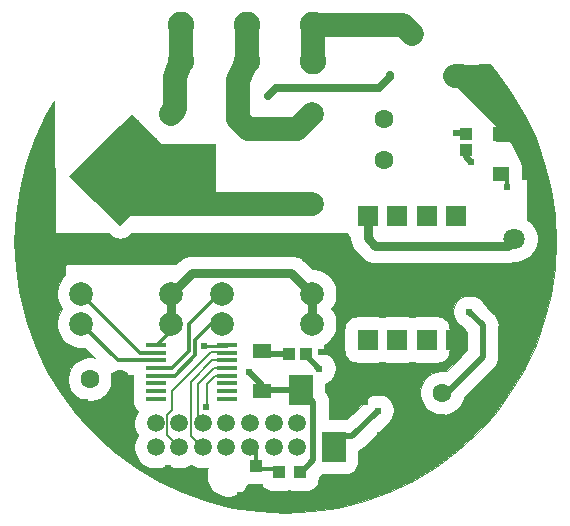
<source format=gtl>
G04 #@! TF.GenerationSoftware,KiCad,Pcbnew,5.1.5-52549c5~84~ubuntu18.04.1*
G04 #@! TF.CreationDate,2020-02-21T12:56:33+02:00*
G04 #@! TF.ProjectId,NRF52832_Touch_Switch_Power_Supply,4e524635-3238-4333-925f-546f7563685f,rev?*
G04 #@! TF.SameCoordinates,Original*
G04 #@! TF.FileFunction,Copper,L1,Top*
G04 #@! TF.FilePolarity,Positive*
%FSLAX46Y46*%
G04 Gerber Fmt 4.6, Leading zero omitted, Abs format (unit mm)*
G04 Created by KiCad (PCBNEW 5.1.5-52549c5~84~ubuntu18.04.1) date 2020-02-21 12:56:33*
%MOMM*%
%LPD*%
G04 APERTURE LIST*
%ADD10C,0.100000*%
%ADD11R,2.000000X2.500000*%
%ADD12R,1.778000X1.778000*%
%ADD13C,1.800000*%
%ADD14C,2.250000*%
%ADD15C,1.600000*%
%ADD16R,1.500000X1.300000*%
%ADD17R,1.000000X1.000000*%
%ADD18R,1.000000X1.100000*%
%ADD19C,2.000000*%
%ADD20R,1.803000X0.406000*%
%ADD21R,1.400000X1.200000*%
%ADD22R,1.100000X1.000000*%
%ADD23C,1.500000*%
%ADD24C,0.610000*%
%ADD25C,0.635000*%
%ADD26C,0.762000*%
%ADD27C,0.254000*%
%ADD28C,2.032000*%
%ADD29C,0.203000*%
%ADD30C,0.508000*%
%ADD31C,0.250000*%
%ADD32C,0.305000*%
%ADD33C,0.125000*%
G04 APERTURE END LIST*
D10*
G36*
X104394000Y-50165000D02*
G01*
X108966000Y-50165000D01*
X108966000Y-56261000D01*
X101727000Y-56261000D01*
X100838000Y-57150000D01*
X96520000Y-52959000D01*
X99949000Y-49530000D01*
X101854000Y-47752000D01*
X104394000Y-50165000D01*
G37*
D11*
X123660000Y-75819000D03*
X118960000Y-75819000D03*
D12*
X129301000Y-66746000D03*
X126801000Y-66746000D03*
X124301000Y-66746000D03*
X121801000Y-66746000D03*
X121801000Y-56246000D03*
X124301000Y-56246000D03*
X126801000Y-56246000D03*
X129301000Y-56246000D03*
D13*
X129177051Y-44468051D03*
X125584949Y-40875949D03*
D14*
X111633000Y-40156000D03*
X111633000Y-43156000D03*
X117221000Y-40156000D03*
X117221000Y-43156000D03*
D15*
X128143000Y-71247000D03*
X128143000Y-73787000D03*
X98298000Y-70104000D03*
X100838000Y-70104000D03*
D14*
X106045000Y-40156000D03*
X106045000Y-43156000D03*
D15*
X123190000Y-48062000D03*
X123190000Y-51562000D03*
D13*
X134239000Y-65726000D03*
X134239000Y-58226000D03*
D16*
X112903000Y-71120000D03*
X112903000Y-67720000D03*
D11*
X120866000Y-70993000D03*
X116166000Y-70993000D03*
D17*
X112395000Y-79813000D03*
X112395000Y-77413000D03*
D18*
X116089000Y-77978000D03*
X114289000Y-77978000D03*
D19*
X105171000Y-65405000D03*
X105171000Y-62865000D03*
X105171000Y-47625000D03*
X105171000Y-55245000D03*
X97551000Y-62865000D03*
X97551000Y-65405000D03*
X117109000Y-65405000D03*
X117109000Y-62865000D03*
X117109000Y-47625000D03*
X117109000Y-55245000D03*
X109489000Y-62865000D03*
X109489000Y-65405000D03*
D18*
X115189000Y-67945000D03*
X116589000Y-67945000D03*
D20*
X103934000Y-71744000D03*
X103934000Y-71094000D03*
X103934000Y-70444000D03*
X103934000Y-69794000D03*
X103934000Y-69144000D03*
X103934000Y-68494000D03*
X103934000Y-67844000D03*
X103934000Y-67194000D03*
X109934000Y-67194000D03*
X109934000Y-67844000D03*
X109934000Y-68494000D03*
X109934000Y-69144000D03*
X109934000Y-69794000D03*
X109934000Y-70444000D03*
X109934000Y-71094000D03*
X109934000Y-71744000D03*
D21*
X133096000Y-52754000D03*
X133096000Y-49354000D03*
D22*
X130175000Y-50738000D03*
X130175000Y-49338000D03*
D23*
X115855000Y-73841000D03*
X115855000Y-75841000D03*
X113855000Y-73841000D03*
X113855000Y-75841000D03*
X111855000Y-73841000D03*
X111855000Y-75841000D03*
X109855000Y-73841000D03*
X109855000Y-75841000D03*
X107855000Y-73841000D03*
X107855000Y-75841000D03*
X105855000Y-73841000D03*
X105855000Y-75841000D03*
X103855000Y-73841000D03*
X103855000Y-75841000D03*
D24*
X123698000Y-44323000D03*
X113411000Y-46101000D03*
X110851000Y-48113000D03*
X112776000Y-48895000D03*
X114808000Y-48895000D03*
X110871000Y-44762000D03*
X110871000Y-46482000D03*
X108104000Y-72490000D03*
X130429000Y-64389000D03*
X114935000Y-55245000D03*
X113665000Y-55245000D03*
X112395000Y-55245000D03*
X111252000Y-55245000D03*
X110109000Y-55245000D03*
X109093000Y-55245000D03*
X108077000Y-55245000D03*
X107061000Y-55245000D03*
X100965000Y-49784000D03*
X102489000Y-51308000D03*
X104013000Y-52578000D03*
X99568000Y-51562000D03*
X100965000Y-52832000D03*
X102616000Y-54356000D03*
X97917000Y-53467000D03*
X99441000Y-54991000D03*
X100965000Y-56261000D03*
X102235000Y-48387000D03*
X103759000Y-49911000D03*
X105283000Y-51181000D03*
X106553000Y-51181000D03*
X107950000Y-51181000D03*
X106553000Y-52578000D03*
X107950000Y-52578000D03*
X106553000Y-53848000D03*
X107950000Y-53848000D03*
X120015000Y-40132000D03*
X121539000Y-40132000D03*
X123063000Y-40132000D03*
X107950000Y-67310000D03*
X117856000Y-67818000D03*
X126111000Y-76454000D03*
X125349000Y-77216000D03*
X124460000Y-77724000D03*
X123444000Y-78105000D03*
X133096000Y-62865000D03*
X134239000Y-63754000D03*
X135255000Y-62865000D03*
X136017000Y-52832000D03*
X136271000Y-53975000D03*
X136398000Y-55118000D03*
X136525000Y-56261000D03*
X136398000Y-57404000D03*
X133096000Y-61722000D03*
X135255000Y-61722000D03*
X94107000Y-58547000D03*
X94869000Y-57912000D03*
X93853000Y-60706000D03*
X94234000Y-61976000D03*
X94996000Y-64135000D03*
X94615000Y-63119000D03*
X95123000Y-52578000D03*
X94488000Y-53213000D03*
X96012000Y-68834000D03*
X95631000Y-67818000D03*
X95250000Y-66675000D03*
X94869000Y-65405000D03*
X93345000Y-55118000D03*
X94107000Y-54483000D03*
X97917000Y-72009000D03*
X98679000Y-73025000D03*
X99568000Y-74041000D03*
X94996000Y-50927000D03*
X94361000Y-51562000D03*
X133223000Y-69088000D03*
X132588000Y-69977000D03*
X131826000Y-70866000D03*
X130937000Y-71755000D03*
X130175000Y-72517000D03*
X133858000Y-68072000D03*
X134239000Y-60833000D03*
X118237000Y-79375000D03*
X104902000Y-77597000D03*
X115316000Y-80137000D03*
X110998000Y-79883000D03*
X107950000Y-77851000D03*
X105537000Y-45339000D03*
X117729000Y-69215000D03*
X122682000Y-72771000D03*
X111760000Y-69469000D03*
X133604000Y-53848000D03*
X130556000Y-51689000D03*
X129286000Y-49276000D03*
D25*
X113411000Y-46101000D02*
X114048000Y-45464000D01*
X114048000Y-45464000D02*
X122789000Y-45464000D01*
X122789000Y-45464000D02*
X123729000Y-44524000D01*
X123729000Y-44524000D02*
X123729000Y-44321000D01*
D26*
X117109000Y-62865000D02*
X117109000Y-65405000D01*
X105171000Y-62865000D02*
X105171000Y-65405000D01*
X105171000Y-62865000D02*
X106949000Y-61087000D01*
X106949000Y-61087000D02*
X115331000Y-61087000D01*
X115331000Y-61087000D02*
X117109000Y-62865000D01*
D27*
X103934000Y-67194000D02*
X105171000Y-65957000D01*
X105171000Y-65957000D02*
X105171000Y-65405000D01*
D28*
X117130000Y-47622000D02*
X115857000Y-48895000D01*
X115857000Y-48895000D02*
X111656000Y-48895000D01*
X111656000Y-48895000D02*
X110871000Y-48110000D01*
X110871000Y-48110000D02*
X110871000Y-46482000D01*
X110871000Y-46482000D02*
X110871000Y-44762000D01*
X111633000Y-40156000D02*
X111633000Y-43156000D01*
X110871000Y-44762000D02*
X110871000Y-44762000D01*
X110871000Y-44762000D02*
X111633000Y-43156000D01*
D26*
X134239000Y-58227000D02*
X133665000Y-58801000D01*
X133665000Y-58801000D02*
X122428000Y-58801000D01*
X122428000Y-58801000D02*
X121801000Y-58174000D01*
X121801000Y-58174000D02*
X121801000Y-56246000D01*
D29*
X109934000Y-69144000D02*
X108783000Y-69144000D01*
X108783000Y-69144000D02*
X107442000Y-70485000D01*
X107442000Y-70485000D02*
X107442000Y-73426000D01*
X107442000Y-73426000D02*
X107856000Y-73840000D01*
X109934000Y-69794000D02*
X108895000Y-69794000D01*
X108895000Y-69794000D02*
X108204000Y-70485000D01*
X108204000Y-70485000D02*
X108204000Y-72390000D01*
X108204000Y-72390000D02*
X108105000Y-72489000D01*
X109934000Y-67843000D02*
X108560000Y-67843000D01*
X108560000Y-67843000D02*
X105283000Y-71120000D01*
X105283000Y-71120000D02*
X105283000Y-72720000D01*
X105283000Y-72720000D02*
X104851000Y-73152000D01*
X104851000Y-73152000D02*
X104851000Y-74836000D01*
X104851000Y-74836000D02*
X105855000Y-75839000D01*
X109855000Y-68504000D02*
X108661000Y-68504000D01*
X108661000Y-68504000D02*
X106855000Y-70310000D01*
X106855000Y-70310000D02*
X106855000Y-74927000D01*
X106855000Y-74927000D02*
X107777000Y-75849000D01*
D30*
X128143000Y-71247000D02*
X128524000Y-71247000D01*
X128524000Y-71247000D02*
X131572000Y-68199000D01*
X131572000Y-68199000D02*
X131572000Y-65532000D01*
X131572000Y-65532000D02*
X130429000Y-64389000D01*
D28*
X105171000Y-55245000D02*
X117109000Y-55245000D01*
D31*
X105283000Y-51181000D02*
X106553000Y-51181000D01*
X102489000Y-51181000D02*
X103759000Y-49911000D01*
X102489000Y-51308000D02*
X102489000Y-51181000D01*
X106553000Y-51181000D02*
X106553000Y-52578000D01*
X106553000Y-52578000D02*
X107950000Y-52578000D01*
X106553000Y-52578000D02*
X106553000Y-53848000D01*
X106553000Y-51181000D02*
X107950000Y-51181000D01*
X107950000Y-52578000D02*
X107950000Y-53848000D01*
X107950000Y-55118000D02*
X108077000Y-55245000D01*
X107950000Y-53848000D02*
X107950000Y-55118000D01*
D28*
X117221000Y-40156000D02*
X117221000Y-43156000D01*
X122809000Y-40132000D02*
X122833000Y-40108000D01*
X122833000Y-40108000D02*
X123825000Y-40108000D01*
X117983000Y-40132000D02*
X120523000Y-40132000D01*
X120523000Y-40132000D02*
X121666000Y-40132000D01*
X121666000Y-40132000D02*
X122809000Y-40132000D01*
X123825000Y-40108000D02*
X124841000Y-40108000D01*
X124841000Y-40108000D02*
X125585000Y-40852000D01*
X133858000Y-48895000D02*
X133858000Y-48514000D01*
X133858000Y-48514000D02*
X129812000Y-44468000D01*
X129812000Y-44468000D02*
X129177000Y-44468000D01*
D27*
X109934000Y-67194000D02*
X109818000Y-67310000D01*
X109818000Y-67310000D02*
X107950000Y-67310000D01*
D30*
X117856000Y-67818000D02*
X118999000Y-67818000D01*
X118999000Y-67818000D02*
X120866000Y-69685000D01*
X120866000Y-69685000D02*
X120866000Y-70993000D01*
D28*
X105171000Y-47625000D02*
X105537000Y-47259000D01*
X105537000Y-47259000D02*
X105537000Y-44554000D01*
X105537000Y-44554000D02*
X106045000Y-43156000D01*
X106045000Y-40156000D02*
X106045000Y-43156000D01*
D32*
X103934000Y-69144000D02*
X105227000Y-69144000D01*
X105227000Y-69144000D02*
X106680000Y-67691000D01*
X106680000Y-67691000D02*
X106680000Y-65405000D01*
X106680000Y-65405000D02*
X109220000Y-62865000D01*
X109220000Y-62865000D02*
X109489000Y-62865000D01*
X109489000Y-65405000D02*
X108585000Y-65405000D01*
X108585000Y-65405000D02*
X107188000Y-66802000D01*
X107188000Y-66802000D02*
X107188000Y-68072000D01*
X107188000Y-68072000D02*
X105466000Y-69794000D01*
X105466000Y-69794000D02*
X103934000Y-69794000D01*
X103934000Y-67844000D02*
X102530000Y-67844000D01*
X102530000Y-67844000D02*
X97551000Y-62865000D01*
X103934000Y-68494000D02*
X100640000Y-68494000D01*
X100640000Y-68494000D02*
X97551000Y-65405000D01*
D30*
X112903000Y-67720000D02*
X113128000Y-67945000D01*
X113128000Y-67945000D02*
X115189000Y-67945000D01*
X117729000Y-69215000D02*
X116589000Y-68075000D01*
X116589000Y-68075000D02*
X116589000Y-67945000D01*
X119596000Y-74930000D02*
X120523000Y-74930000D01*
X120523000Y-74930000D02*
X122682000Y-72771000D01*
X111760000Y-69469000D02*
X112903000Y-70612000D01*
X112903000Y-70612000D02*
X112903000Y-71120000D01*
X112903000Y-71120000D02*
X113030000Y-70993000D01*
X113030000Y-70993000D02*
X116166000Y-70993000D01*
X116166000Y-70993000D02*
X117221000Y-72048000D01*
X117221000Y-72048000D02*
X117221000Y-76973000D01*
X117221000Y-76973000D02*
X116089000Y-78105000D01*
X116089000Y-78105000D02*
X115846000Y-78105000D01*
D32*
X133604000Y-52803000D02*
X133604000Y-53848000D01*
D30*
X130175000Y-50738000D02*
X130175000Y-51308000D01*
X130175000Y-51308000D02*
X130556000Y-51689000D01*
X130429000Y-49276000D02*
X129283000Y-49276000D01*
D32*
X111855000Y-75841000D02*
X112395000Y-76381000D01*
X112395000Y-76381000D02*
X112395000Y-77667000D01*
X112395000Y-77668000D02*
X114290000Y-77668000D01*
X114290000Y-77668000D02*
X114290000Y-77978000D01*
D33*
G36*
X132565264Y-43920221D02*
G01*
X133906166Y-45728218D01*
X135063399Y-47658945D01*
X136025809Y-49693789D01*
X136784144Y-51813194D01*
X137331083Y-53996696D01*
X137661370Y-56223312D01*
X137771820Y-58471570D01*
X137661370Y-60719828D01*
X137331083Y-62946444D01*
X136784144Y-65129946D01*
X136025809Y-67249351D01*
X135063399Y-69284195D01*
X133906166Y-71214922D01*
X132565264Y-73022919D01*
X131053604Y-74690778D01*
X129385745Y-76202438D01*
X127577748Y-77543340D01*
X125647021Y-78700573D01*
X123612177Y-79662983D01*
X121492772Y-80421318D01*
X119309270Y-80968257D01*
X117082654Y-81298544D01*
X114834396Y-81408994D01*
X112586138Y-81298544D01*
X110359522Y-80968257D01*
X108176020Y-80421318D01*
X106056615Y-79662983D01*
X104021771Y-78700573D01*
X102091044Y-77543340D01*
X100283047Y-76202438D01*
X98615188Y-74690778D01*
X97103528Y-73022919D01*
X95762626Y-71214922D01*
X94605393Y-69284195D01*
X93642983Y-67249351D01*
X92884648Y-65129946D01*
X92337709Y-62946444D01*
X92295496Y-62661861D01*
X95488500Y-62661861D01*
X95488500Y-63068139D01*
X95567760Y-63466609D01*
X95723236Y-63841960D01*
X95919039Y-64135000D01*
X95723236Y-64428040D01*
X95567760Y-64803391D01*
X95488500Y-65201861D01*
X95488500Y-65608139D01*
X95567760Y-66006609D01*
X95723236Y-66381960D01*
X95948951Y-66719767D01*
X96236233Y-67007049D01*
X96574040Y-67232764D01*
X96949391Y-67388240D01*
X97347861Y-67467500D01*
X97754139Y-67467500D01*
X97871823Y-67444091D01*
X98715860Y-68288129D01*
X98481440Y-68241500D01*
X98114560Y-68241500D01*
X97754729Y-68313075D01*
X97415775Y-68453474D01*
X97110725Y-68657302D01*
X96851302Y-68916725D01*
X96647474Y-69221775D01*
X96507075Y-69560729D01*
X96435500Y-69920560D01*
X96435500Y-70287440D01*
X96507075Y-70647271D01*
X96647474Y-70986225D01*
X96851302Y-71291275D01*
X97110725Y-71550698D01*
X97415775Y-71754526D01*
X97754729Y-71894925D01*
X98114560Y-71966500D01*
X98481440Y-71966500D01*
X98841271Y-71894925D01*
X99180225Y-71754526D01*
X99485275Y-71550698D01*
X99744698Y-71291275D01*
X99948526Y-70986225D01*
X100088925Y-70647271D01*
X100160500Y-70287440D01*
X100160500Y-69920560D01*
X100092573Y-69579067D01*
X100172790Y-69621944D01*
X100401818Y-69691419D01*
X100640000Y-69714878D01*
X100699680Y-69709000D01*
X101964860Y-69709000D01*
X101964860Y-69997000D01*
X101976876Y-70119000D01*
X101964860Y-70241000D01*
X101964860Y-70647000D01*
X101976876Y-70769000D01*
X101964860Y-70891000D01*
X101964860Y-71297000D01*
X101976876Y-71419000D01*
X101964860Y-71541000D01*
X101964860Y-71947000D01*
X101985374Y-72155286D01*
X102046129Y-72355568D01*
X102144790Y-72540149D01*
X102277565Y-72701935D01*
X102380034Y-72786029D01*
X102248783Y-72982459D01*
X102112153Y-73312313D01*
X102042500Y-73662484D01*
X102042500Y-74019516D01*
X102112153Y-74369687D01*
X102248783Y-74699541D01*
X102343303Y-74841000D01*
X102248783Y-74982459D01*
X102112153Y-75312313D01*
X102042500Y-75662484D01*
X102042500Y-76019516D01*
X102112153Y-76369687D01*
X102248783Y-76699541D01*
X102447139Y-76996401D01*
X102699599Y-77248861D01*
X102996459Y-77447217D01*
X103326313Y-77583847D01*
X103676484Y-77653500D01*
X104033516Y-77653500D01*
X104383687Y-77583847D01*
X104713541Y-77447217D01*
X104855000Y-77352697D01*
X104996459Y-77447217D01*
X105326313Y-77583847D01*
X105676484Y-77653500D01*
X106033516Y-77653500D01*
X106383687Y-77583847D01*
X106713541Y-77447217D01*
X106855000Y-77352697D01*
X106996459Y-77447217D01*
X107326313Y-77583847D01*
X107676484Y-77653500D01*
X108033516Y-77653500D01*
X108280103Y-77604451D01*
X108239153Y-77703313D01*
X108169500Y-78053484D01*
X108169500Y-78410516D01*
X108239153Y-78760687D01*
X108375783Y-79090541D01*
X108574139Y-79387401D01*
X108826599Y-79639861D01*
X109123459Y-79838217D01*
X109453313Y-79974847D01*
X109803484Y-80044500D01*
X110160516Y-80044500D01*
X110510687Y-79974847D01*
X110840541Y-79838217D01*
X111137401Y-79639861D01*
X111389861Y-79387401D01*
X111588217Y-79090541D01*
X111647201Y-78948140D01*
X111686714Y-78960126D01*
X111895000Y-78980640D01*
X112826186Y-78980640D01*
X112901290Y-79121149D01*
X113034065Y-79282935D01*
X113195851Y-79415710D01*
X113380432Y-79514371D01*
X113580714Y-79575126D01*
X113789000Y-79595640D01*
X114789000Y-79595640D01*
X114997286Y-79575126D01*
X115189000Y-79516970D01*
X115380714Y-79575126D01*
X115589000Y-79595640D01*
X116589000Y-79595640D01*
X116797286Y-79575126D01*
X116997568Y-79514371D01*
X117182149Y-79415710D01*
X117343935Y-79282935D01*
X117476710Y-79121149D01*
X117575371Y-78936568D01*
X117636126Y-78736286D01*
X117656640Y-78528000D01*
X117656640Y-78399172D01*
X117922832Y-78132979D01*
X117960000Y-78136640D01*
X119960000Y-78136640D01*
X120168286Y-78116126D01*
X120368568Y-78055371D01*
X120553149Y-77956710D01*
X120714935Y-77823935D01*
X120847710Y-77662149D01*
X120946371Y-77477568D01*
X121007126Y-77277286D01*
X121027640Y-77069000D01*
X121027640Y-76152657D01*
X121029240Y-76152172D01*
X121257947Y-76029925D01*
X121458410Y-75865410D01*
X121499639Y-75815172D01*
X123336369Y-73978443D01*
X123553731Y-73833207D01*
X123744207Y-73642731D01*
X123893863Y-73418754D01*
X123996948Y-73169885D01*
X124049500Y-72905687D01*
X124049500Y-72636313D01*
X123996948Y-72372115D01*
X123893863Y-72123246D01*
X123744207Y-71899269D01*
X123553731Y-71708793D01*
X123329754Y-71559137D01*
X123080885Y-71456052D01*
X122816687Y-71403500D01*
X122547313Y-71403500D01*
X122283115Y-71456052D01*
X122034246Y-71559137D01*
X121810269Y-71708793D01*
X121619793Y-71899269D01*
X121474557Y-72116631D01*
X120078188Y-73513000D01*
X119960000Y-73501360D01*
X118537500Y-73501360D01*
X118537500Y-72112663D01*
X118543869Y-72047999D01*
X118518450Y-71789921D01*
X118503364Y-71740188D01*
X118443172Y-71541760D01*
X118320925Y-71313053D01*
X118233640Y-71206695D01*
X118233640Y-71063560D01*
X126280500Y-71063560D01*
X126280500Y-71430440D01*
X126352075Y-71790271D01*
X126492474Y-72129225D01*
X126696302Y-72434275D01*
X126955725Y-72693698D01*
X127260775Y-72897526D01*
X127599729Y-73037925D01*
X127959560Y-73109500D01*
X128326440Y-73109500D01*
X128686271Y-73037925D01*
X129025225Y-72897526D01*
X129330275Y-72693698D01*
X129589698Y-72434275D01*
X129793526Y-72129225D01*
X129933925Y-71790271D01*
X129956616Y-71676195D01*
X132457178Y-69175634D01*
X132507410Y-69134410D01*
X132671925Y-68933947D01*
X132794172Y-68705240D01*
X132869450Y-68457079D01*
X132888500Y-68263664D01*
X132888500Y-68263663D01*
X132894869Y-68199000D01*
X132888500Y-68134336D01*
X132888500Y-65596663D01*
X132894869Y-65531999D01*
X132869450Y-65273921D01*
X132847591Y-65201861D01*
X132794172Y-65025760D01*
X132671925Y-64797053D01*
X132507410Y-64596590D01*
X132457177Y-64555365D01*
X131636445Y-63734633D01*
X131491207Y-63517269D01*
X131300731Y-63326793D01*
X131076754Y-63177137D01*
X130827885Y-63074052D01*
X130563687Y-63021500D01*
X130294313Y-63021500D01*
X130030115Y-63074052D01*
X129781246Y-63177137D01*
X129557269Y-63326793D01*
X129366793Y-63517269D01*
X129217137Y-63741246D01*
X129114052Y-63990115D01*
X129061500Y-64254313D01*
X129061500Y-64523687D01*
X129114052Y-64787885D01*
X129217137Y-65036754D01*
X129366793Y-65260731D01*
X129557269Y-65451207D01*
X129774633Y-65596445D01*
X130255501Y-66077312D01*
X130255500Y-67653688D01*
X128491797Y-69417392D01*
X128326440Y-69384500D01*
X127959560Y-69384500D01*
X127599729Y-69456075D01*
X127260775Y-69596474D01*
X126955725Y-69800302D01*
X126696302Y-70059725D01*
X126492474Y-70364775D01*
X126352075Y-70703729D01*
X126280500Y-71063560D01*
X118233640Y-71063560D01*
X118233640Y-70486143D01*
X118376754Y-70426863D01*
X118600731Y-70277207D01*
X118791207Y-70086731D01*
X118940863Y-69862754D01*
X119043948Y-69613885D01*
X119096500Y-69349687D01*
X119096500Y-69080313D01*
X119043948Y-68816115D01*
X118940863Y-68567246D01*
X118791207Y-68343269D01*
X118600731Y-68152793D01*
X118383370Y-68007558D01*
X118156640Y-67780828D01*
X118156640Y-67395000D01*
X118137284Y-67198471D01*
X118423767Y-67007049D01*
X118711049Y-66719767D01*
X118936764Y-66381960D01*
X119092240Y-66006609D01*
X119121998Y-65857000D01*
X119844360Y-65857000D01*
X119844360Y-67635000D01*
X119864874Y-67843286D01*
X119925629Y-68043568D01*
X120024290Y-68228149D01*
X120157065Y-68389935D01*
X120318851Y-68522710D01*
X120503432Y-68621371D01*
X120703714Y-68682126D01*
X120912000Y-68702640D01*
X122690000Y-68702640D01*
X122898286Y-68682126D01*
X123051000Y-68635801D01*
X123203714Y-68682126D01*
X123412000Y-68702640D01*
X125190000Y-68702640D01*
X125398286Y-68682126D01*
X125551000Y-68635801D01*
X125703714Y-68682126D01*
X125912000Y-68702640D01*
X127690000Y-68702640D01*
X127898286Y-68682126D01*
X128098568Y-68621371D01*
X128283149Y-68522710D01*
X128444935Y-68389935D01*
X128577710Y-68228149D01*
X128676371Y-68043568D01*
X128737126Y-67843286D01*
X128757640Y-67635000D01*
X128757640Y-65857000D01*
X128737126Y-65648714D01*
X128676371Y-65448432D01*
X128577710Y-65263851D01*
X128444935Y-65102065D01*
X128283149Y-64969290D01*
X128098568Y-64870629D01*
X127898286Y-64809874D01*
X127690000Y-64789360D01*
X125912000Y-64789360D01*
X125703714Y-64809874D01*
X125551000Y-64856199D01*
X125398286Y-64809874D01*
X125190000Y-64789360D01*
X123412000Y-64789360D01*
X123203714Y-64809874D01*
X123051000Y-64856199D01*
X122898286Y-64809874D01*
X122690000Y-64789360D01*
X120912000Y-64789360D01*
X120703714Y-64809874D01*
X120503432Y-64870629D01*
X120318851Y-64969290D01*
X120157065Y-65102065D01*
X120024290Y-65263851D01*
X119925629Y-65448432D01*
X119864874Y-65648714D01*
X119844360Y-65857000D01*
X119121998Y-65857000D01*
X119171500Y-65608139D01*
X119171500Y-65201861D01*
X119092240Y-64803391D01*
X118936764Y-64428040D01*
X118740961Y-64135000D01*
X118936764Y-63841960D01*
X119092240Y-63466609D01*
X119171500Y-63068139D01*
X119171500Y-62661861D01*
X119092240Y-62263391D01*
X118936764Y-61888040D01*
X118711049Y-61550233D01*
X118423767Y-61262951D01*
X118085960Y-61037236D01*
X117710609Y-60881760D01*
X117312139Y-60802500D01*
X117087917Y-60802500D01*
X116401854Y-60116438D01*
X116356647Y-60061353D01*
X116136846Y-59880967D01*
X115886076Y-59746928D01*
X115613975Y-59664387D01*
X115401909Y-59643500D01*
X115401901Y-59643500D01*
X115331000Y-59636517D01*
X115260099Y-59643500D01*
X107019909Y-59643500D01*
X106949000Y-59636516D01*
X106666025Y-59664387D01*
X106393924Y-59746928D01*
X106143154Y-59880967D01*
X105978431Y-60016151D01*
X105978427Y-60016155D01*
X105923353Y-60061353D01*
X105878154Y-60116428D01*
X105605082Y-60389500D01*
X96266000Y-60389500D01*
X96255172Y-60390445D01*
X96243371Y-60393740D01*
X96232440Y-60399275D01*
X96222799Y-60406835D01*
X96214817Y-60416131D01*
X96208803Y-60426805D01*
X96204987Y-60438448D01*
X96203515Y-60450611D01*
X96184309Y-61314875D01*
X95948951Y-61550233D01*
X95723236Y-61888040D01*
X95567760Y-62263391D01*
X95488500Y-62661861D01*
X92295496Y-62661861D01*
X92007422Y-60719828D01*
X91896972Y-58471570D01*
X92007422Y-56223312D01*
X92337709Y-53996696D01*
X92884648Y-51813194D01*
X93642983Y-49693789D01*
X94605393Y-47658945D01*
X95247002Y-46588485D01*
X95314501Y-57658381D01*
X95315701Y-57670193D01*
X95319258Y-57681918D01*
X95325033Y-57692723D01*
X95332806Y-57702194D01*
X95342277Y-57709967D01*
X95353082Y-57715742D01*
X95364807Y-57719299D01*
X95377000Y-57720500D01*
X99900249Y-57720500D01*
X100097995Y-57912430D01*
X100170055Y-57969842D01*
X100240787Y-58028773D01*
X100251038Y-58034362D01*
X100260178Y-58041644D01*
X100341984Y-58083948D01*
X100422848Y-58128037D01*
X100434000Y-58131532D01*
X100444371Y-58136895D01*
X100532824Y-58162501D01*
X100620723Y-58190047D01*
X100632334Y-58191308D01*
X100643556Y-58194557D01*
X100735352Y-58202499D01*
X100826874Y-58212441D01*
X100838504Y-58211424D01*
X100850148Y-58212431D01*
X100941740Y-58202392D01*
X101033449Y-58194368D01*
X101044663Y-58191110D01*
X101056277Y-58189837D01*
X101144159Y-58162204D01*
X101232578Y-58136516D01*
X101242945Y-58131142D01*
X101254093Y-58127637D01*
X101334956Y-58083448D01*
X101416679Y-58041087D01*
X101425802Y-58033804D01*
X101436059Y-58028199D01*
X101506807Y-57969138D01*
X101578737Y-57911717D01*
X101589301Y-57901301D01*
X101770102Y-57720500D01*
X120020202Y-57720500D01*
X120024290Y-57728149D01*
X120157065Y-57889935D01*
X120318851Y-58022710D01*
X120357500Y-58043368D01*
X120357500Y-58103098D01*
X120350517Y-58174000D01*
X120357500Y-58244901D01*
X120357500Y-58244908D01*
X120378387Y-58456974D01*
X120460928Y-58729075D01*
X120594967Y-58979845D01*
X120775353Y-59199646D01*
X120830434Y-59244850D01*
X121357146Y-59771562D01*
X121402353Y-59826647D01*
X121622154Y-60007033D01*
X121872924Y-60141072D01*
X122145025Y-60223613D01*
X122357091Y-60244500D01*
X122357099Y-60244500D01*
X122428000Y-60251483D01*
X122498901Y-60244500D01*
X133594099Y-60244500D01*
X133665000Y-60251483D01*
X133735901Y-60244500D01*
X133735909Y-60244500D01*
X133947975Y-60223613D01*
X134063727Y-60188500D01*
X134432289Y-60188500D01*
X134811440Y-60113083D01*
X135168592Y-59965145D01*
X135490021Y-59750374D01*
X135763374Y-59477021D01*
X135978145Y-59155592D01*
X136126083Y-58798440D01*
X136201500Y-58419289D01*
X136201500Y-58032711D01*
X136126083Y-57653560D01*
X135978145Y-57296408D01*
X135763374Y-56974979D01*
X135490021Y-56701626D01*
X135317500Y-56586352D01*
X135317500Y-53213000D01*
X135316299Y-53200807D01*
X135312742Y-53189082D01*
X135306967Y-53178277D01*
X135299194Y-53168806D01*
X135289723Y-53161033D01*
X135278918Y-53155258D01*
X135267193Y-53151701D01*
X135255000Y-53150500D01*
X134863640Y-53150500D01*
X134863640Y-52154000D01*
X134843126Y-51945714D01*
X134807972Y-51829827D01*
X134808286Y-51828257D01*
X134809343Y-51811569D01*
X134807281Y-51799492D01*
X134802902Y-51788049D01*
X134783570Y-51749386D01*
X134782371Y-51745432D01*
X134770330Y-51722904D01*
X133913902Y-50010049D01*
X133909967Y-50003277D01*
X133902194Y-49993806D01*
X133892723Y-49986033D01*
X133881918Y-49980258D01*
X133870193Y-49976701D01*
X133858000Y-49975500D01*
X132693080Y-49975500D01*
X132650496Y-46100313D01*
X132648968Y-46087246D01*
X132645113Y-46075616D01*
X132639064Y-46064962D01*
X132631052Y-46055692D01*
X132621386Y-46048164D01*
X132610436Y-46042666D01*
X130985657Y-45417751D01*
X130264357Y-43494285D01*
X132136791Y-43447474D01*
X132565264Y-43920221D01*
G37*
X132565264Y-43920221D02*
X133906166Y-45728218D01*
X135063399Y-47658945D01*
X136025809Y-49693789D01*
X136784144Y-51813194D01*
X137331083Y-53996696D01*
X137661370Y-56223312D01*
X137771820Y-58471570D01*
X137661370Y-60719828D01*
X137331083Y-62946444D01*
X136784144Y-65129946D01*
X136025809Y-67249351D01*
X135063399Y-69284195D01*
X133906166Y-71214922D01*
X132565264Y-73022919D01*
X131053604Y-74690778D01*
X129385745Y-76202438D01*
X127577748Y-77543340D01*
X125647021Y-78700573D01*
X123612177Y-79662983D01*
X121492772Y-80421318D01*
X119309270Y-80968257D01*
X117082654Y-81298544D01*
X114834396Y-81408994D01*
X112586138Y-81298544D01*
X110359522Y-80968257D01*
X108176020Y-80421318D01*
X106056615Y-79662983D01*
X104021771Y-78700573D01*
X102091044Y-77543340D01*
X100283047Y-76202438D01*
X98615188Y-74690778D01*
X97103528Y-73022919D01*
X95762626Y-71214922D01*
X94605393Y-69284195D01*
X93642983Y-67249351D01*
X92884648Y-65129946D01*
X92337709Y-62946444D01*
X92295496Y-62661861D01*
X95488500Y-62661861D01*
X95488500Y-63068139D01*
X95567760Y-63466609D01*
X95723236Y-63841960D01*
X95919039Y-64135000D01*
X95723236Y-64428040D01*
X95567760Y-64803391D01*
X95488500Y-65201861D01*
X95488500Y-65608139D01*
X95567760Y-66006609D01*
X95723236Y-66381960D01*
X95948951Y-66719767D01*
X96236233Y-67007049D01*
X96574040Y-67232764D01*
X96949391Y-67388240D01*
X97347861Y-67467500D01*
X97754139Y-67467500D01*
X97871823Y-67444091D01*
X98715860Y-68288129D01*
X98481440Y-68241500D01*
X98114560Y-68241500D01*
X97754729Y-68313075D01*
X97415775Y-68453474D01*
X97110725Y-68657302D01*
X96851302Y-68916725D01*
X96647474Y-69221775D01*
X96507075Y-69560729D01*
X96435500Y-69920560D01*
X96435500Y-70287440D01*
X96507075Y-70647271D01*
X96647474Y-70986225D01*
X96851302Y-71291275D01*
X97110725Y-71550698D01*
X97415775Y-71754526D01*
X97754729Y-71894925D01*
X98114560Y-71966500D01*
X98481440Y-71966500D01*
X98841271Y-71894925D01*
X99180225Y-71754526D01*
X99485275Y-71550698D01*
X99744698Y-71291275D01*
X99948526Y-70986225D01*
X100088925Y-70647271D01*
X100160500Y-70287440D01*
X100160500Y-69920560D01*
X100092573Y-69579067D01*
X100172790Y-69621944D01*
X100401818Y-69691419D01*
X100640000Y-69714878D01*
X100699680Y-69709000D01*
X101964860Y-69709000D01*
X101964860Y-69997000D01*
X101976876Y-70119000D01*
X101964860Y-70241000D01*
X101964860Y-70647000D01*
X101976876Y-70769000D01*
X101964860Y-70891000D01*
X101964860Y-71297000D01*
X101976876Y-71419000D01*
X101964860Y-71541000D01*
X101964860Y-71947000D01*
X101985374Y-72155286D01*
X102046129Y-72355568D01*
X102144790Y-72540149D01*
X102277565Y-72701935D01*
X102380034Y-72786029D01*
X102248783Y-72982459D01*
X102112153Y-73312313D01*
X102042500Y-73662484D01*
X102042500Y-74019516D01*
X102112153Y-74369687D01*
X102248783Y-74699541D01*
X102343303Y-74841000D01*
X102248783Y-74982459D01*
X102112153Y-75312313D01*
X102042500Y-75662484D01*
X102042500Y-76019516D01*
X102112153Y-76369687D01*
X102248783Y-76699541D01*
X102447139Y-76996401D01*
X102699599Y-77248861D01*
X102996459Y-77447217D01*
X103326313Y-77583847D01*
X103676484Y-77653500D01*
X104033516Y-77653500D01*
X104383687Y-77583847D01*
X104713541Y-77447217D01*
X104855000Y-77352697D01*
X104996459Y-77447217D01*
X105326313Y-77583847D01*
X105676484Y-77653500D01*
X106033516Y-77653500D01*
X106383687Y-77583847D01*
X106713541Y-77447217D01*
X106855000Y-77352697D01*
X106996459Y-77447217D01*
X107326313Y-77583847D01*
X107676484Y-77653500D01*
X108033516Y-77653500D01*
X108280103Y-77604451D01*
X108239153Y-77703313D01*
X108169500Y-78053484D01*
X108169500Y-78410516D01*
X108239153Y-78760687D01*
X108375783Y-79090541D01*
X108574139Y-79387401D01*
X108826599Y-79639861D01*
X109123459Y-79838217D01*
X109453313Y-79974847D01*
X109803484Y-80044500D01*
X110160516Y-80044500D01*
X110510687Y-79974847D01*
X110840541Y-79838217D01*
X111137401Y-79639861D01*
X111389861Y-79387401D01*
X111588217Y-79090541D01*
X111647201Y-78948140D01*
X111686714Y-78960126D01*
X111895000Y-78980640D01*
X112826186Y-78980640D01*
X112901290Y-79121149D01*
X113034065Y-79282935D01*
X113195851Y-79415710D01*
X113380432Y-79514371D01*
X113580714Y-79575126D01*
X113789000Y-79595640D01*
X114789000Y-79595640D01*
X114997286Y-79575126D01*
X115189000Y-79516970D01*
X115380714Y-79575126D01*
X115589000Y-79595640D01*
X116589000Y-79595640D01*
X116797286Y-79575126D01*
X116997568Y-79514371D01*
X117182149Y-79415710D01*
X117343935Y-79282935D01*
X117476710Y-79121149D01*
X117575371Y-78936568D01*
X117636126Y-78736286D01*
X117656640Y-78528000D01*
X117656640Y-78399172D01*
X117922832Y-78132979D01*
X117960000Y-78136640D01*
X119960000Y-78136640D01*
X120168286Y-78116126D01*
X120368568Y-78055371D01*
X120553149Y-77956710D01*
X120714935Y-77823935D01*
X120847710Y-77662149D01*
X120946371Y-77477568D01*
X121007126Y-77277286D01*
X121027640Y-77069000D01*
X121027640Y-76152657D01*
X121029240Y-76152172D01*
X121257947Y-76029925D01*
X121458410Y-75865410D01*
X121499639Y-75815172D01*
X123336369Y-73978443D01*
X123553731Y-73833207D01*
X123744207Y-73642731D01*
X123893863Y-73418754D01*
X123996948Y-73169885D01*
X124049500Y-72905687D01*
X124049500Y-72636313D01*
X123996948Y-72372115D01*
X123893863Y-72123246D01*
X123744207Y-71899269D01*
X123553731Y-71708793D01*
X123329754Y-71559137D01*
X123080885Y-71456052D01*
X122816687Y-71403500D01*
X122547313Y-71403500D01*
X122283115Y-71456052D01*
X122034246Y-71559137D01*
X121810269Y-71708793D01*
X121619793Y-71899269D01*
X121474557Y-72116631D01*
X120078188Y-73513000D01*
X119960000Y-73501360D01*
X118537500Y-73501360D01*
X118537500Y-72112663D01*
X118543869Y-72047999D01*
X118518450Y-71789921D01*
X118503364Y-71740188D01*
X118443172Y-71541760D01*
X118320925Y-71313053D01*
X118233640Y-71206695D01*
X118233640Y-71063560D01*
X126280500Y-71063560D01*
X126280500Y-71430440D01*
X126352075Y-71790271D01*
X126492474Y-72129225D01*
X126696302Y-72434275D01*
X126955725Y-72693698D01*
X127260775Y-72897526D01*
X127599729Y-73037925D01*
X127959560Y-73109500D01*
X128326440Y-73109500D01*
X128686271Y-73037925D01*
X129025225Y-72897526D01*
X129330275Y-72693698D01*
X129589698Y-72434275D01*
X129793526Y-72129225D01*
X129933925Y-71790271D01*
X129956616Y-71676195D01*
X132457178Y-69175634D01*
X132507410Y-69134410D01*
X132671925Y-68933947D01*
X132794172Y-68705240D01*
X132869450Y-68457079D01*
X132888500Y-68263664D01*
X132888500Y-68263663D01*
X132894869Y-68199000D01*
X132888500Y-68134336D01*
X132888500Y-65596663D01*
X132894869Y-65531999D01*
X132869450Y-65273921D01*
X132847591Y-65201861D01*
X132794172Y-65025760D01*
X132671925Y-64797053D01*
X132507410Y-64596590D01*
X132457177Y-64555365D01*
X131636445Y-63734633D01*
X131491207Y-63517269D01*
X131300731Y-63326793D01*
X131076754Y-63177137D01*
X130827885Y-63074052D01*
X130563687Y-63021500D01*
X130294313Y-63021500D01*
X130030115Y-63074052D01*
X129781246Y-63177137D01*
X129557269Y-63326793D01*
X129366793Y-63517269D01*
X129217137Y-63741246D01*
X129114052Y-63990115D01*
X129061500Y-64254313D01*
X129061500Y-64523687D01*
X129114052Y-64787885D01*
X129217137Y-65036754D01*
X129366793Y-65260731D01*
X129557269Y-65451207D01*
X129774633Y-65596445D01*
X130255501Y-66077312D01*
X130255500Y-67653688D01*
X128491797Y-69417392D01*
X128326440Y-69384500D01*
X127959560Y-69384500D01*
X127599729Y-69456075D01*
X127260775Y-69596474D01*
X126955725Y-69800302D01*
X126696302Y-70059725D01*
X126492474Y-70364775D01*
X126352075Y-70703729D01*
X126280500Y-71063560D01*
X118233640Y-71063560D01*
X118233640Y-70486143D01*
X118376754Y-70426863D01*
X118600731Y-70277207D01*
X118791207Y-70086731D01*
X118940863Y-69862754D01*
X119043948Y-69613885D01*
X119096500Y-69349687D01*
X119096500Y-69080313D01*
X119043948Y-68816115D01*
X118940863Y-68567246D01*
X118791207Y-68343269D01*
X118600731Y-68152793D01*
X118383370Y-68007558D01*
X118156640Y-67780828D01*
X118156640Y-67395000D01*
X118137284Y-67198471D01*
X118423767Y-67007049D01*
X118711049Y-66719767D01*
X118936764Y-66381960D01*
X119092240Y-66006609D01*
X119121998Y-65857000D01*
X119844360Y-65857000D01*
X119844360Y-67635000D01*
X119864874Y-67843286D01*
X119925629Y-68043568D01*
X120024290Y-68228149D01*
X120157065Y-68389935D01*
X120318851Y-68522710D01*
X120503432Y-68621371D01*
X120703714Y-68682126D01*
X120912000Y-68702640D01*
X122690000Y-68702640D01*
X122898286Y-68682126D01*
X123051000Y-68635801D01*
X123203714Y-68682126D01*
X123412000Y-68702640D01*
X125190000Y-68702640D01*
X125398286Y-68682126D01*
X125551000Y-68635801D01*
X125703714Y-68682126D01*
X125912000Y-68702640D01*
X127690000Y-68702640D01*
X127898286Y-68682126D01*
X128098568Y-68621371D01*
X128283149Y-68522710D01*
X128444935Y-68389935D01*
X128577710Y-68228149D01*
X128676371Y-68043568D01*
X128737126Y-67843286D01*
X128757640Y-67635000D01*
X128757640Y-65857000D01*
X128737126Y-65648714D01*
X128676371Y-65448432D01*
X128577710Y-65263851D01*
X128444935Y-65102065D01*
X128283149Y-64969290D01*
X128098568Y-64870629D01*
X127898286Y-64809874D01*
X127690000Y-64789360D01*
X125912000Y-64789360D01*
X125703714Y-64809874D01*
X125551000Y-64856199D01*
X125398286Y-64809874D01*
X125190000Y-64789360D01*
X123412000Y-64789360D01*
X123203714Y-64809874D01*
X123051000Y-64856199D01*
X122898286Y-64809874D01*
X122690000Y-64789360D01*
X120912000Y-64789360D01*
X120703714Y-64809874D01*
X120503432Y-64870629D01*
X120318851Y-64969290D01*
X120157065Y-65102065D01*
X120024290Y-65263851D01*
X119925629Y-65448432D01*
X119864874Y-65648714D01*
X119844360Y-65857000D01*
X119121998Y-65857000D01*
X119171500Y-65608139D01*
X119171500Y-65201861D01*
X119092240Y-64803391D01*
X118936764Y-64428040D01*
X118740961Y-64135000D01*
X118936764Y-63841960D01*
X119092240Y-63466609D01*
X119171500Y-63068139D01*
X119171500Y-62661861D01*
X119092240Y-62263391D01*
X118936764Y-61888040D01*
X118711049Y-61550233D01*
X118423767Y-61262951D01*
X118085960Y-61037236D01*
X117710609Y-60881760D01*
X117312139Y-60802500D01*
X117087917Y-60802500D01*
X116401854Y-60116438D01*
X116356647Y-60061353D01*
X116136846Y-59880967D01*
X115886076Y-59746928D01*
X115613975Y-59664387D01*
X115401909Y-59643500D01*
X115401901Y-59643500D01*
X115331000Y-59636517D01*
X115260099Y-59643500D01*
X107019909Y-59643500D01*
X106949000Y-59636516D01*
X106666025Y-59664387D01*
X106393924Y-59746928D01*
X106143154Y-59880967D01*
X105978431Y-60016151D01*
X105978427Y-60016155D01*
X105923353Y-60061353D01*
X105878154Y-60116428D01*
X105605082Y-60389500D01*
X96266000Y-60389500D01*
X96255172Y-60390445D01*
X96243371Y-60393740D01*
X96232440Y-60399275D01*
X96222799Y-60406835D01*
X96214817Y-60416131D01*
X96208803Y-60426805D01*
X96204987Y-60438448D01*
X96203515Y-60450611D01*
X96184309Y-61314875D01*
X95948951Y-61550233D01*
X95723236Y-61888040D01*
X95567760Y-62263391D01*
X95488500Y-62661861D01*
X92295496Y-62661861D01*
X92007422Y-60719828D01*
X91896972Y-58471570D01*
X92007422Y-56223312D01*
X92337709Y-53996696D01*
X92884648Y-51813194D01*
X93642983Y-49693789D01*
X94605393Y-47658945D01*
X95247002Y-46588485D01*
X95314501Y-57658381D01*
X95315701Y-57670193D01*
X95319258Y-57681918D01*
X95325033Y-57692723D01*
X95332806Y-57702194D01*
X95342277Y-57709967D01*
X95353082Y-57715742D01*
X95364807Y-57719299D01*
X95377000Y-57720500D01*
X99900249Y-57720500D01*
X100097995Y-57912430D01*
X100170055Y-57969842D01*
X100240787Y-58028773D01*
X100251038Y-58034362D01*
X100260178Y-58041644D01*
X100341984Y-58083948D01*
X100422848Y-58128037D01*
X100434000Y-58131532D01*
X100444371Y-58136895D01*
X100532824Y-58162501D01*
X100620723Y-58190047D01*
X100632334Y-58191308D01*
X100643556Y-58194557D01*
X100735352Y-58202499D01*
X100826874Y-58212441D01*
X100838504Y-58211424D01*
X100850148Y-58212431D01*
X100941740Y-58202392D01*
X101033449Y-58194368D01*
X101044663Y-58191110D01*
X101056277Y-58189837D01*
X101144159Y-58162204D01*
X101232578Y-58136516D01*
X101242945Y-58131142D01*
X101254093Y-58127637D01*
X101334956Y-58083448D01*
X101416679Y-58041087D01*
X101425802Y-58033804D01*
X101436059Y-58028199D01*
X101506807Y-57969138D01*
X101578737Y-57911717D01*
X101589301Y-57901301D01*
X101770102Y-57720500D01*
X120020202Y-57720500D01*
X120024290Y-57728149D01*
X120157065Y-57889935D01*
X120318851Y-58022710D01*
X120357500Y-58043368D01*
X120357500Y-58103098D01*
X120350517Y-58174000D01*
X120357500Y-58244901D01*
X120357500Y-58244908D01*
X120378387Y-58456974D01*
X120460928Y-58729075D01*
X120594967Y-58979845D01*
X120775353Y-59199646D01*
X120830434Y-59244850D01*
X121357146Y-59771562D01*
X121402353Y-59826647D01*
X121622154Y-60007033D01*
X121872924Y-60141072D01*
X122145025Y-60223613D01*
X122357091Y-60244500D01*
X122357099Y-60244500D01*
X122428000Y-60251483D01*
X122498901Y-60244500D01*
X133594099Y-60244500D01*
X133665000Y-60251483D01*
X133735901Y-60244500D01*
X133735909Y-60244500D01*
X133947975Y-60223613D01*
X134063727Y-60188500D01*
X134432289Y-60188500D01*
X134811440Y-60113083D01*
X135168592Y-59965145D01*
X135490021Y-59750374D01*
X135763374Y-59477021D01*
X135978145Y-59155592D01*
X136126083Y-58798440D01*
X136201500Y-58419289D01*
X136201500Y-58032711D01*
X136126083Y-57653560D01*
X135978145Y-57296408D01*
X135763374Y-56974979D01*
X135490021Y-56701626D01*
X135317500Y-56586352D01*
X135317500Y-53213000D01*
X135316299Y-53200807D01*
X135312742Y-53189082D01*
X135306967Y-53178277D01*
X135299194Y-53168806D01*
X135289723Y-53161033D01*
X135278918Y-53155258D01*
X135267193Y-53151701D01*
X135255000Y-53150500D01*
X134863640Y-53150500D01*
X134863640Y-52154000D01*
X134843126Y-51945714D01*
X134807972Y-51829827D01*
X134808286Y-51828257D01*
X134809343Y-51811569D01*
X134807281Y-51799492D01*
X134802902Y-51788049D01*
X134783570Y-51749386D01*
X134782371Y-51745432D01*
X134770330Y-51722904D01*
X133913902Y-50010049D01*
X133909967Y-50003277D01*
X133902194Y-49993806D01*
X133892723Y-49986033D01*
X133881918Y-49980258D01*
X133870193Y-49976701D01*
X133858000Y-49975500D01*
X132693080Y-49975500D01*
X132650496Y-46100313D01*
X132648968Y-46087246D01*
X132645113Y-46075616D01*
X132639064Y-46064962D01*
X132631052Y-46055692D01*
X132621386Y-46048164D01*
X132610436Y-46042666D01*
X130985657Y-45417751D01*
X130264357Y-43494285D01*
X132136791Y-43447474D01*
X132565264Y-43920221D01*
G36*
X114042500Y-75662484D02*
G01*
X114042500Y-76019516D01*
X114110298Y-76360360D01*
X113804363Y-76360360D01*
X113782710Y-76319851D01*
X113649935Y-76158065D01*
X113641344Y-76151014D01*
X113667500Y-76019516D01*
X113667500Y-75662484D01*
X113665269Y-75651269D01*
X113676484Y-75653500D01*
X114033516Y-75653500D01*
X114044731Y-75651269D01*
X114042500Y-75662484D01*
G37*
X114042500Y-75662484D02*
X114042500Y-76019516D01*
X114110298Y-76360360D01*
X113804363Y-76360360D01*
X113782710Y-76319851D01*
X113649935Y-76158065D01*
X113641344Y-76151014D01*
X113667500Y-76019516D01*
X113667500Y-75662484D01*
X113665269Y-75651269D01*
X113676484Y-75653500D01*
X114033516Y-75653500D01*
X114044731Y-75651269D01*
X114042500Y-75662484D01*
M02*

</source>
